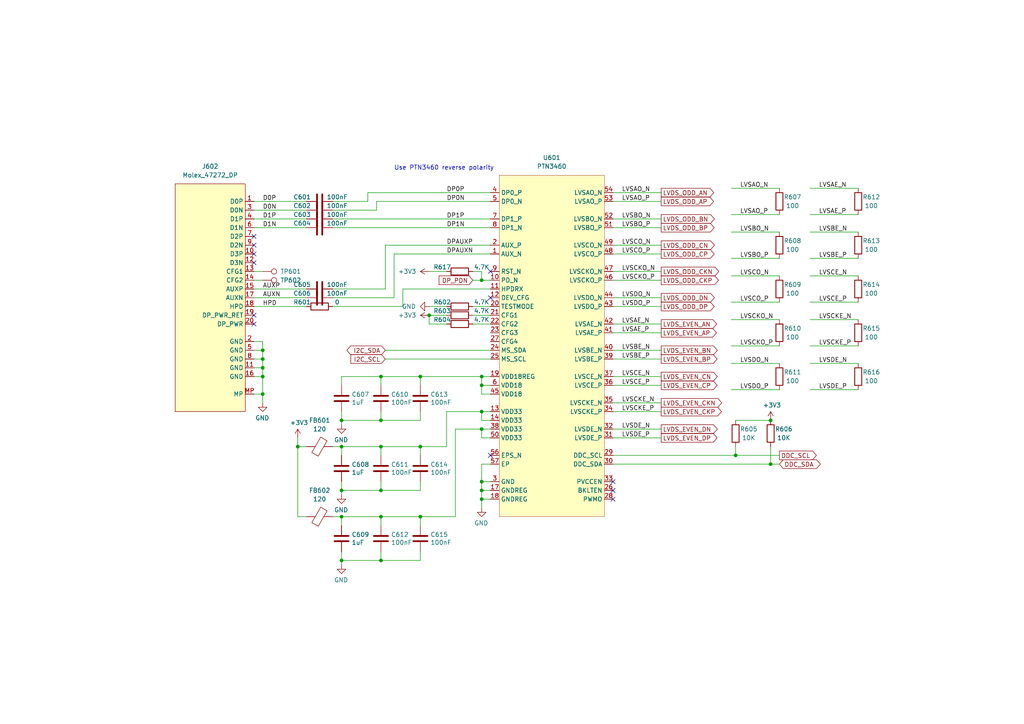
<source format=kicad_sch>
(kicad_sch (version 20211123) (generator eeschema)
  (paper "A4")
  (lib_symbols
    (symbol "Connector:TestPoint" (pin_numbers hide) (pin_names (offset 0.762) hide)
      (property "Reference" "TP" (at 0 6.858 0))
      (property "Value" "TestPoint" (at 0 5.08 0))
      (symbol "TestPoint_0_1"
        (circle (center 0 3.302) (radius 0.762))
      )
      (symbol "TestPoint_1_1"
        (pin passive line (at 0 0 90) (length 2.54) (name "1") (number "1"))
      )
    )
    (symbol "Device:C" (pin_numbers hide) (pin_names (offset 0.254))
      (property "Reference" "C" (at 0.635 2.54 0))
      (property "Value" "C" (at 0.635 -2.54 0))
      (symbol "C_0_1"
        (polyline (pts (xy -2.032 -0.762) (xy 2.032 -0.762)) (stroke (width 0.508)))
        (polyline (pts (xy -2.032 0.762) (xy 2.032 0.762)) (stroke (width 0.508)))
      )
      (symbol "C_1_1"
        (pin passive line (at 0 3.81 270) (length 2.794) (name "~") (number "1"))
        (pin passive line (at 0 -3.81 90) (length 2.794) (name "~") (number "2"))
      )
    )
    (symbol "Device:FerriteBead" (pin_numbers hide) (pin_names (offset 0))
      (property "Reference" "FB" (at -3.81 0.635 90))
      (property "Value" "FerriteBead" (at 3.81 0 90))
      (symbol "FerriteBead_0_1"
        (polyline (pts (xy 0 -1.27) (xy 0 -1.2192)))
        (polyline (pts (xy 0 1.27) (xy 0 1.2954)))
        (polyline (pts (xy -2.7686 0.4064) (xy -1.7018 2.2606) (xy 2.7686 -0.3048) (xy 1.6764 -2.159) (xy -2.7686 0.4064)))
      )
      (symbol "FerriteBead_1_1"
        (pin passive line (at 0 3.81 270) (length 2.54) (name "~") (number "1"))
        (pin passive line (at 0 -3.81 90) (length 2.54) (name "~") (number "2"))
      )
    )
    (symbol "Device:R" (pin_numbers hide) (pin_names (offset 0))
      (property "Reference" "R" (at 2.032 0 90))
      (property "Value" "R" (at 0 0 90))
      (symbol "R_0_1"
        (rectangle (start -1.016 -2.54) (end 1.016 2.54) (stroke (width 0.254)))
      )
      (symbol "R_1_1"
        (pin passive line (at 0 3.81 270) (length 1.27) (name "~") (number "1"))
        (pin passive line (at 0 -3.81 90) (length 1.27) (name "~") (number "2"))
      )
    )
    (symbol "power:+3V3" (power) (pin_names (offset 0))
      (property "Value" "+3V3" (at 0 3.556 0))
      (symbol "+3V3_0_1"
        (polyline (pts (xy -0.762 1.27) (xy 0 2.54)))
        (polyline (pts (xy 0 0) (xy 0 2.54)))
        (polyline (pts (xy 0 2.54) (xy 0.762 1.27)))
      )
      (symbol "+3V3_1_1"
        (pin power_in line (at 0 0 90) (length 0) hide (name "+3V3") (number "1"))
      )
    )
    (symbol "power:GND" (power) (pin_names (offset 0))
      (property "Value" "GND" (at 0 -3.81 0))
      (symbol "GND_0_1"
        (polyline (pts (xy 0 0) (xy 0 -1.27) (xy 1.27 -1.27) (xy 0 -2.54) (xy -1.27 -1.27) (xy 0 -1.27)))
      )
      (symbol "GND_1_1"
        (pin power_in line (at 0 0 270) (length 0) hide (name "GND") (number "1"))
      )
    )
    (symbol "symbols:Molex_47272_DP"
      (property "Reference" "J" (at 0 0 0))
      (property "Value" "Molex_47272_DP" (at 0 -2.54 0))
      (symbol "Molex_47272_DP_0_1"
        (rectangle (start -10.16 -5.08) (end 10.16 -71.12) (stroke (width 0.1524)) (fill (type background)))
      )
      (symbol "Molex_47272_DP_1_1"
        (pin unspecified line (at 12.7 -10.16 180) (length 2.54) (name "D0P") (number "1"))
        (pin unspecified line (at 12.7 -25.4 180) (length 2.54) (name "D3P") (number "10"))
        (pin unspecified line (at 12.7 -58.42 180) (length 2.54) (name "GND") (number "11"))
        (pin unspecified line (at 12.7 -27.94 180) (length 2.54) (name "D3N") (number "12"))
        (pin unspecified line (at 12.7 -30.48 180) (length 2.54) (name "CFG1") (number "13"))
        (pin unspecified line (at 12.7 -33.02 180) (length 2.54) (name "CFG2") (number "14"))
        (pin unspecified line (at 12.7 -35.56 180) (length 2.54) (name "AUXP") (number "15"))
        (pin unspecified line (at 12.7 -60.96 180) (length 2.54) (name "GND") (number "16"))
        (pin unspecified line (at 12.7 -38.1 180) (length 2.54) (name "AUXN") (number "17"))
        (pin unspecified line (at 12.7 -40.64 180) (length 2.54) (name "HPD") (number "18"))
        (pin unspecified line (at 12.7 -43.18 180) (length 2.54) (name "DP_PWR_RET") (number "19"))
        (pin unspecified line (at 12.7 -50.8 180) (length 2.54) (name "GND") (number "2"))
        (pin unspecified line (at 12.7 -45.72 180) (length 2.54) (name "DP_PWR") (number "20"))
        (pin unspecified line (at 12.7 -12.7 180) (length 2.54) (name "D0N") (number "3"))
        (pin unspecified line (at 12.7 -15.24 180) (length 2.54) (name "D1P") (number "4"))
        (pin unspecified line (at 12.7 -53.34 180) (length 2.54) (name "GND") (number "5"))
        (pin unspecified line (at 12.7 -17.78 180) (length 2.54) (name "D1N") (number "6"))
        (pin unspecified line (at 12.7 -20.32 180) (length 2.54) (name "D2P") (number "7"))
        (pin unspecified line (at 12.7 -55.88 180) (length 2.54) (name "GND") (number "8"))
        (pin unspecified line (at 12.7 -22.86 180) (length 2.54) (name "D2N") (number "9"))
        (pin unspecified line (at 12.7 -66.04 180) (length 2.54) (name "MP") (number "MP"))
      )
    )
    (symbol "symbols:PTN3460"
      (property "Reference" "U" (at 0 0 0))
      (property "Value" "PTN3460" (at 0 -2.54 0))
      (symbol "PTN3460_0_1"
        (rectangle (start -15.24 -5.08) (end 15.24 -104.14) (stroke (width 0.001)) (fill (type background)))
      )
      (symbol "PTN3460_1_1"
        (pin bidirectional line (at -17.78 -27.94 0) (length 2.54) (name "AUX_N") (number "1"))
        (pin input line (at -17.78 -35.56 0) (length 2.54) (name "PD_N") (number "10"))
        (pin input line (at -17.78 -38.1 0) (length 2.54) (name "HPDRX") (number "11"))
        (pin input line (at -17.78 -40.64 0) (length 2.54) (name "DEV_CFG") (number "12"))
        (pin power_in line (at -17.78 -73.66 0) (length 2.54) (name "VDD33") (number "13"))
        (pin power_in line (at -17.78 -76.2 0) (length 2.54) (name "VDD33") (number "14"))
        (pin input line (at 0 -93.98 0) (length 2.54) hide (name "NC") (number "15"))
        (pin input line (at 0 -96.52 0) (length 2.54) hide (name "NC") (number "16"))
        (pin power_in line (at -17.78 -96.52 0) (length 2.54) (name "GNDREG") (number "17"))
        (pin power_in line (at -17.78 -99.06 0) (length 2.54) (name "GNDREG") (number "18"))
        (pin power_out line (at -17.78 -63.5 0) (length 2.54) (name "VDD18REG") (number "19"))
        (pin bidirectional line (at -17.78 -25.4 0) (length 2.54) (name "AUX_P") (number "2"))
        (pin input line (at -17.78 -43.18 0) (length 2.54) (name "TESTMODE") (number "20"))
        (pin input line (at -17.78 -45.72 0) (length 2.54) (name "CFG1") (number "21"))
        (pin input line (at -17.78 -48.26 0) (length 2.54) (name "CFG2") (number "22"))
        (pin input line (at -17.78 -50.8 0) (length 2.54) (name "CFG3") (number "23"))
        (pin input line (at -17.78 -55.88 0) (length 2.54) (name "MS_SDA") (number "24"))
        (pin input line (at -17.78 -58.42 0) (length 2.54) (name "MS_SCL") (number "25"))
        (pin output line (at 17.78 -96.52 180) (length 2.54) (name "BKLTEN") (number "26"))
        (pin input line (at -17.78 -53.34 0) (length 2.54) (name "CFG4") (number "27"))
        (pin output line (at 17.78 -99.06 180) (length 2.54) (name "PWMO") (number "28"))
        (pin open_collector line (at 17.78 -86.36 180) (length 2.54) (name "DDC_SCL") (number "29"))
        (pin power_in line (at -17.78 -93.98 0) (length 2.54) (name "GND") (number "3"))
        (pin open_collector line (at 17.78 -88.9 180) (length 2.54) (name "DDC_SDA") (number "30"))
        (pin output line (at 17.78 -81.28 180) (length 2.54) (name "LVSDE_P") (number "31"))
        (pin output line (at 17.78 -78.74 180) (length 2.54) (name "LVSDE_N") (number "32"))
        (pin output line (at 17.78 -93.98 180) (length 2.54) (name "PVCCEN") (number "33"))
        (pin output line (at 17.78 -73.66 180) (length 2.54) (name "LVSCKE_P") (number "34"))
        (pin output line (at 17.78 -71.12 180) (length 2.54) (name "LVSCKE_N") (number "35"))
        (pin output line (at 17.78 -66.04 180) (length 2.54) (name "LVSCE_P") (number "36"))
        (pin output line (at 17.78 -63.5 180) (length 2.54) (name "LVSCE_N") (number "37"))
        (pin power_in line (at -17.78 -78.74 0) (length 2.54) (name "VDD33") (number "38"))
        (pin output line (at 17.78 -58.42 180) (length 2.54) (name "LVSBE_P") (number "39"))
        (pin input line (at -17.78 -10.16 0) (length 2.54) (name "DP0_P") (number "4"))
        (pin output line (at 17.78 -55.88 180) (length 2.54) (name "LVSBE_N") (number "40"))
        (pin output line (at 17.78 -50.8 180) (length 2.54) (name "LVSAE_P") (number "41"))
        (pin output line (at 17.78 -48.26 180) (length 2.54) (name "LVSAE_N") (number "42"))
        (pin output line (at 17.78 -43.18 180) (length 2.54) (name "LVSDO_P") (number "43"))
        (pin output line (at 17.78 -40.64 180) (length 2.54) (name "LVSDO_N") (number "44"))
        (pin power_in line (at -17.78 -68.58 0) (length 2.54) (name "VDD18") (number "45"))
        (pin output line (at 17.78 -35.56 180) (length 2.54) (name "LVSCKO_P") (number "46"))
        (pin output line (at 17.78 -33.02 180) (length 2.54) (name "LVSCKO_N") (number "47"))
        (pin output line (at 17.78 -27.94 180) (length 2.54) (name "LVSCO_P") (number "48"))
        (pin output line (at 17.78 -25.4 180) (length 2.54) (name "LVSCO_N") (number "49"))
        (pin input line (at -17.78 -12.7 0) (length 2.54) (name "DP0_N") (number "5"))
        (pin power_in line (at -17.78 -81.28 0) (length 2.54) (name "VDD33") (number "50"))
        (pin output line (at 17.78 -20.32 180) (length 2.54) (name "LVSBO_P") (number "51"))
        (pin output line (at 17.78 -17.78 180) (length 2.54) (name "LVSBO_N") (number "52"))
        (pin output line (at 17.78 -12.7 180) (length 2.54) (name "LVSAO_P") (number "53"))
        (pin output line (at 17.78 -10.16 180) (length 2.54) (name "LVSAO_N") (number "54"))
        (pin input line (at 0 -99.06 0) (length 2.54) hide (name "NC") (number "55"))
        (pin input line (at -17.78 -86.36 0) (length 2.54) (name "EPS_N") (number "56"))
        (pin input line (at -17.78 -88.9 0) (length 2.54) (name "EP") (number "57"))
        (pin power_in line (at -17.78 -66.04 0) (length 2.54) (name "VDD18") (number "6"))
        (pin input line (at -17.78 -17.78 0) (length 2.54) (name "DP1_P") (number "7"))
        (pin input line (at -17.78 -20.32 0) (length 2.54) (name "DP1_N") (number "8"))
        (pin input line (at -17.78 -33.02 0) (length 2.54) (name "RST_N") (number "9"))
      )
    )
  )
  (junction (at 139.7 144.78) (diameter 0.9144))
  (junction (at 121.92 149.86) (diameter 0.9144))
  (junction (at 223.52 121.92))
  (junction (at 139.7 142.24) (diameter 0.9144))
  (junction (at 110.49 109.22) (diameter 0.9144))
  (junction (at 76.2 109.22))
  (junction (at 99.06 129.54) (diameter 0.9144))
  (junction (at 99.06 142.24) (diameter 0.9144))
  (junction (at 121.92 109.22) (diameter 0.9144))
  (junction (at 76.2 101.6))
  (junction (at 121.92 129.54) (diameter 0.9144))
  (junction (at 110.49 162.56) (diameter 0.9144))
  (junction (at 223.52 134.62))
  (junction (at 86.36 129.54) (diameter 0.9144))
  (junction (at 139.7 119.38) (diameter 0.9144))
  (junction (at 99.06 162.56) (diameter 0.9144))
  (junction (at 139.7 124.46) (diameter 0.9144))
  (junction (at 139.7 109.22) (diameter 0.9144))
  (junction (at 76.2 104.14))
  (junction (at 110.49 149.86) (diameter 0.9144))
  (junction (at 76.2 114.3))
  (junction (at 76.2 106.68))
  (junction (at 110.49 142.24) (diameter 0.9144))
  (junction (at 110.49 121.92) (diameter 0.9144))
  (junction (at 99.06 121.92) (diameter 0.9144))
  (junction (at 139.7 139.7) (diameter 0.9144))
  (junction (at 139.7 111.76) (diameter 0.9144))
  (junction (at 139.7 81.28))
  (junction (at 99.06 149.86) (diameter 0.9144))
  (junction (at 110.49 129.54) (diameter 0.9144))
  (junction (at 213.36 132.08))
  (junction (at 124.46 91.44) (diameter 0.9144))
  (no_connect (at 142.24 132.08))
  (no_connect (at 142.24 86.36))
  (no_connect (at 73.66 91.44))
  (no_connect (at 73.66 93.98))
  (no_connect (at 73.66 73.66))
  (no_connect (at 73.66 68.58))
  (no_connect (at 73.66 71.12))
  (no_connect (at 73.66 76.2))
  (no_connect (at 177.8 142.24))
  (no_connect (at 177.8 139.7))
  (no_connect (at 177.8 144.78))
  (no_connect (at 142.24 78.74))
  (wire (pts (xy 99.06 109.22) (xy 99.06 111.76)))
  (wire (pts (xy 111.76 83.82) (xy 111.76 71.12)))
  (wire (pts (xy 106.68 58.42) (xy 106.68 55.88)))
  (wire (pts (xy 213.36 132.08) (xy 226.06 132.08)))
  (wire (pts (xy 212.09 105.41) (xy 226.06 105.41)))
  (wire (pts (xy 177.8 104.14) (xy 191.77 104.14)))
  (wire (pts (xy 121.92 139.7) (xy 121.92 142.24)))
  (wire (pts (xy 177.8 55.88) (xy 191.77 55.88)))
  (wire (pts (xy 139.7 127) (xy 142.24 127)))
  (wire (pts (xy 142.24 121.92) (xy 139.7 121.92)))
  (wire (pts (xy 137.16 78.74) (xy 139.7 78.74)))
  (wire (pts (xy 132.08 149.86) (xy 132.08 124.46)))
  (wire (pts (xy 99.06 121.92) (xy 99.06 123.19)))
  (wire (pts (xy 139.7 111.76) (xy 139.7 109.22)))
  (wire (pts (xy 139.7 109.22) (xy 142.24 109.22)))
  (wire (pts (xy 139.7 124.46) (xy 142.24 124.46)))
  (wire (pts (xy 121.92 119.38) (xy 121.92 121.92)))
  (wire (pts (xy 177.8 78.74) (xy 191.77 78.74)))
  (wire (pts (xy 177.8 127) (xy 191.77 127)))
  (wire (pts (xy 76.2 114.3) (xy 76.2 116.84)))
  (wire (pts (xy 106.68 55.88) (xy 142.24 55.88)))
  (wire (pts (xy 110.49 119.38) (xy 110.49 121.92)))
  (wire (pts (xy 109.22 58.42) (xy 109.22 60.96)))
  (wire (pts (xy 124.46 88.9) (xy 129.54 88.9)))
  (wire (pts (xy 234.95 113.03) (xy 248.92 113.03)))
  (wire (pts (xy 139.7 121.92) (xy 139.7 119.38)))
  (wire (pts (xy 96.52 88.9) (xy 116.84 88.9)))
  (wire (pts (xy 73.66 104.14) (xy 76.2 104.14)))
  (wire (pts (xy 177.8 119.38) (xy 191.77 119.38)))
  (wire (pts (xy 177.8 124.46) (xy 191.77 124.46)))
  (wire (pts (xy 110.49 149.86) (xy 110.49 152.4)))
  (wire (pts (xy 212.09 80.01) (xy 226.06 80.01)))
  (wire (pts (xy 73.66 60.96) (xy 88.9 60.96)))
  (wire (pts (xy 76.2 104.14) (xy 76.2 106.68)))
  (wire (pts (xy 111.76 104.14) (xy 142.24 104.14)))
  (wire (pts (xy 139.7 142.24) (xy 139.7 144.78)))
  (wire (pts (xy 121.92 109.22) (xy 139.7 109.22)))
  (wire (pts (xy 110.49 109.22) (xy 110.49 111.76)))
  (wire (pts (xy 177.8 111.76) (xy 191.77 111.76)))
  (wire (pts (xy 86.36 149.86) (xy 88.9 149.86)))
  (wire (pts (xy 114.3 73.66) (xy 114.3 86.36)))
  (wire (pts (xy 76.2 101.6) (xy 76.2 104.14)))
  (wire (pts (xy 177.8 93.98) (xy 191.77 93.98)))
  (wire (pts (xy 73.66 88.9) (xy 88.9 88.9)))
  (wire (pts (xy 139.7 78.74) (xy 139.7 81.28)))
  (wire (pts (xy 137.16 88.9) (xy 142.24 88.9)))
  (wire (pts (xy 110.49 162.56) (xy 121.92 162.56)))
  (wire (pts (xy 177.8 116.84) (xy 191.77 116.84)))
  (wire (pts (xy 142.24 73.66) (xy 114.3 73.66)))
  (wire (pts (xy 139.7 114.3) (xy 139.7 111.76)))
  (wire (pts (xy 96.52 58.42) (xy 106.68 58.42)))
  (wire (pts (xy 110.49 129.54) (xy 99.06 129.54)))
  (wire (pts (xy 99.06 162.56) (xy 99.06 163.83)))
  (wire (pts (xy 121.92 160.02) (xy 121.92 162.56)))
  (wire (pts (xy 137.16 93.98) (xy 142.24 93.98)))
  (wire (pts (xy 234.95 74.93) (xy 248.92 74.93)))
  (wire (pts (xy 212.09 100.33) (xy 226.06 100.33)))
  (wire (pts (xy 109.22 60.96) (xy 96.52 60.96)))
  (wire (pts (xy 121.92 149.86) (xy 121.92 152.4)))
  (wire (pts (xy 139.7 142.24) (xy 142.24 142.24)))
  (wire (pts (xy 73.66 83.82) (xy 88.9 83.82)))
  (wire (pts (xy 121.92 149.86) (xy 132.08 149.86)))
  (wire (pts (xy 212.09 113.03) (xy 226.06 113.03)))
  (wire (pts (xy 110.49 160.02) (xy 110.49 162.56)))
  (wire (pts (xy 132.08 124.46) (xy 139.7 124.46)))
  (wire (pts (xy 121.92 129.54) (xy 121.92 132.08)))
  (wire (pts (xy 212.09 54.61) (xy 226.06 54.61)))
  (wire (pts (xy 139.7 111.76) (xy 142.24 111.76)))
  (wire (pts (xy 177.8 88.9) (xy 191.77 88.9)))
  (wire (pts (xy 234.95 105.41) (xy 248.92 105.41)))
  (wire (pts (xy 124.46 93.98) (xy 129.54 93.98)))
  (wire (pts (xy 212.09 87.63) (xy 226.06 87.63)))
  (wire (pts (xy 121.92 129.54) (xy 129.54 129.54)))
  (wire (pts (xy 177.8 81.28) (xy 191.77 81.28)))
  (wire (pts (xy 110.49 149.86) (xy 99.06 149.86)))
  (wire (pts (xy 96.52 63.5) (xy 142.24 63.5)))
  (wire (pts (xy 96.52 129.54) (xy 99.06 129.54)))
  (wire (pts (xy 76.2 99.06) (xy 76.2 101.6)))
  (wire (pts (xy 73.66 63.5) (xy 88.9 63.5)))
  (wire (pts (xy 86.36 129.54) (xy 88.9 129.54)))
  (wire (pts (xy 139.7 139.7) (xy 139.7 142.24)))
  (wire (pts (xy 234.95 80.01) (xy 248.92 80.01)))
  (wire (pts (xy 139.7 144.78) (xy 139.7 147.32)))
  (wire (pts (xy 177.8 73.66) (xy 191.77 73.66)))
  (wire (pts (xy 99.06 129.54) (xy 99.06 132.08)))
  (wire (pts (xy 110.49 139.7) (xy 110.49 142.24)))
  (wire (pts (xy 73.66 58.42) (xy 88.9 58.42)))
  (wire (pts (xy 177.8 63.5) (xy 191.77 63.5)))
  (wire (pts (xy 137.16 81.28) (xy 139.7 81.28)))
  (wire (pts (xy 96.52 149.86) (xy 99.06 149.86)))
  (wire (pts (xy 177.8 132.08) (xy 213.36 132.08)))
  (wire (pts (xy 139.7 81.28) (xy 142.24 81.28)))
  (wire (pts (xy 124.46 91.44) (xy 124.46 93.98)))
  (wire (pts (xy 110.49 109.22) (xy 99.06 109.22)))
  (wire (pts (xy 76.2 109.22) (xy 76.2 114.3)))
  (wire (pts (xy 177.8 96.52) (xy 191.77 96.52)))
  (wire (pts (xy 139.7 139.7) (xy 142.24 139.7)))
  (wire (pts (xy 86.36 127) (xy 86.36 129.54)))
  (wire (pts (xy 76.2 106.68) (xy 76.2 109.22)))
  (wire (pts (xy 223.52 134.62) (xy 226.06 134.62)))
  (wire (pts (xy 142.24 114.3) (xy 139.7 114.3)))
  (wire (pts (xy 121.92 129.54) (xy 110.49 129.54)))
  (wire (pts (xy 177.8 58.42) (xy 191.77 58.42)))
  (wire (pts (xy 212.09 92.71) (xy 226.06 92.71)))
  (wire (pts (xy 129.54 119.38) (xy 139.7 119.38)))
  (wire (pts (xy 73.66 99.06) (xy 76.2 99.06)))
  (wire (pts (xy 213.36 129.54) (xy 213.36 132.08)))
  (wire (pts (xy 73.66 81.28) (xy 76.2 81.28)))
  (wire (pts (xy 110.49 121.92) (xy 121.92 121.92)))
  (wire (pts (xy 234.95 54.61) (xy 248.92 54.61)))
  (wire (pts (xy 96.52 83.82) (xy 111.76 83.82)))
  (wire (pts (xy 110.49 142.24) (xy 99.06 142.24)))
  (wire (pts (xy 142.24 58.42) (xy 109.22 58.42)))
  (wire (pts (xy 234.95 87.63) (xy 248.92 87.63)))
  (wire (pts (xy 73.66 66.04) (xy 88.9 66.04)))
  (wire (pts (xy 137.16 91.44) (xy 142.24 91.44)))
  (wire (pts (xy 139.7 144.78) (xy 142.24 144.78)))
  (wire (pts (xy 177.8 109.22) (xy 191.77 109.22)))
  (wire (pts (xy 177.8 66.04) (xy 191.77 66.04)))
  (wire (pts (xy 234.95 100.33) (xy 248.92 100.33)))
  (wire (pts (xy 96.52 66.04) (xy 142.24 66.04)))
  (wire (pts (xy 99.06 139.7) (xy 99.06 142.24)))
  (wire (pts (xy 73.66 101.6) (xy 76.2 101.6)))
  (wire (pts (xy 177.8 86.36) (xy 191.77 86.36)))
  (wire (pts (xy 124.46 78.74) (xy 129.54 78.74)))
  (wire (pts (xy 73.66 78.74) (xy 76.2 78.74)))
  (wire (pts (xy 177.8 134.62) (xy 223.52 134.62)))
  (wire (pts (xy 139.7 119.38) (xy 142.24 119.38)))
  (wire (pts (xy 99.06 160.02) (xy 99.06 162.56)))
  (wire (pts (xy 234.95 92.71) (xy 248.92 92.71)))
  (wire (pts (xy 99.06 119.38) (xy 99.06 121.92)))
  (wire (pts (xy 121.92 109.22) (xy 121.92 111.76)))
  (wire (pts (xy 213.36 121.92) (xy 223.52 121.92)))
  (wire (pts (xy 121.92 109.22) (xy 110.49 109.22)))
  (wire (pts (xy 177.8 71.12) (xy 191.77 71.12)))
  (wire (pts (xy 139.7 134.62) (xy 139.7 139.7)))
  (wire (pts (xy 99.06 142.24) (xy 99.06 143.51)))
  (wire (pts (xy 73.66 86.36) (xy 88.9 86.36)))
  (wire (pts (xy 73.66 109.22) (xy 76.2 109.22)))
  (wire (pts (xy 114.3 86.36) (xy 96.52 86.36)))
  (wire (pts (xy 212.09 74.93) (xy 226.06 74.93)))
  (wire (pts (xy 234.95 62.23) (xy 248.92 62.23)))
  (wire (pts (xy 234.95 67.31) (xy 248.92 67.31)))
  (wire (pts (xy 124.46 91.44) (xy 129.54 91.44)))
  (wire (pts (xy 111.76 101.6) (xy 142.24 101.6)))
  (wire (pts (xy 223.52 129.54) (xy 223.52 134.62)))
  (wire (pts (xy 99.06 149.86) (xy 99.06 152.4)))
  (wire (pts (xy 110.49 162.56) (xy 99.06 162.56)))
  (wire (pts (xy 110.49 121.92) (xy 99.06 121.92)))
  (wire (pts (xy 116.84 83.82) (xy 142.24 83.82)))
  (wire (pts (xy 129.54 119.38) (xy 129.54 129.54)))
  (wire (pts (xy 116.84 88.9) (xy 116.84 83.82)))
  (wire (pts (xy 177.8 101.6) (xy 191.77 101.6)))
  (wire (pts (xy 142.24 134.62) (xy 139.7 134.62)))
  (wire (pts (xy 86.36 129.54) (xy 86.36 149.86)))
  (wire (pts (xy 110.49 142.24) (xy 121.92 142.24)))
  (wire (pts (xy 111.76 71.12) (xy 142.24 71.12)))
  (wire (pts (xy 73.66 106.68) (xy 76.2 106.68)))
  (wire (pts (xy 139.7 127) (xy 139.7 124.46)))
  (wire (pts (xy 73.66 114.3) (xy 76.2 114.3)))
  (wire (pts (xy 121.92 149.86) (xy 110.49 149.86)))
  (wire (pts (xy 212.09 62.23) (xy 226.06 62.23)))
  (wire (pts (xy 110.49 129.54) (xy 110.49 132.08)))
  (wire (pts (xy 212.09 67.31) (xy 226.06 67.31)))
  (text "Use PTN3460 reverse polarity" (at 114.3 49.53 0) (effects (font (size 1.27 1.27)) (justify left bottom)))
  (label "LVSCE_P" (at 237.49 87.63 0))
  (label "DP0N" (at 129.54 58.42 0))
  (label "LVSBO_N" (at 180.34 63.5 0))
  (label "DP1N" (at 129.54 66.04 0))
  (label "LVSBO_N" (at 214.63 67.31 0))
  (label "LVSAE_N" (at 237.49 54.61 0))
  (label "LVSBO_P" (at 214.63 74.93 0))
  (label "LVSAE_P" (at 237.49 62.23 0))
  (label "LVSBO_P" (at 180.34 66.04 0))
  (label "LVSBE_N" (at 180.34 101.6 0))
  (label "LVSBE_P" (at 180.34 104.14 0))
  (label "LVSAE_P" (at 180.34 96.52 0))
  (label "LVSDO_P" (at 180.34 88.9 0))
  (label "LVSCE_N" (at 237.49 80.01 0))
  (label "LVSDE_P" (at 180.34 127 0))
  (label "LVSCE_P" (at 180.34 111.76 0))
  (label "AUXP" (at 76.2 83.82 0))
  (label "AUXN" (at 76.2 86.36 0))
  (label "LVSAO_N" (at 180.34 55.88 0))
  (label "D0P" (at 76.2 58.42 0))
  (label "LVSAE_N" (at 180.34 93.98 0))
  (label "LVSCKO_P" (at 180.34 81.28 0))
  (label "LVSCKE_N" (at 237.49 92.71 0))
  (label "DPAUXN" (at 129.54 73.66 0))
  (label "LVSCKO_N" (at 214.63 92.71 0))
  (label "LVSBE_N" (at 237.49 67.31 0))
  (label "LVSDO_P" (at 214.63 113.03 0))
  (label "LVSDE_P" (at 237.49 113.03 0))
  (label "LVSAO_N" (at 214.63 54.61 0))
  (label "HPD" (at 76.2 88.9 0))
  (label "LVSCKO_N" (at 180.34 78.74 0))
  (label "LVSAO_P" (at 214.63 62.23 0))
  (label "LVSCE_N" (at 180.34 109.22 0))
  (label "LVSCO_N" (at 214.63 80.01 0))
  (label "DP0P" (at 129.54 55.88 0))
  (label "LVSCO_P" (at 180.34 73.66 0))
  (label "D1N" (at 76.2 66.04 0))
  (label "LVSCKE_P" (at 180.34 119.38 0))
  (label "LVSCKE_P" (at 237.49 100.33 0))
  (label "LVSCKO_P" (at 214.63 100.33 0))
  (label "LVSDE_N" (at 180.34 124.46 0))
  (label "LVSDO_N" (at 180.34 86.36 0))
  (label "DPAUXP" (at 129.54 71.12 0))
  (label "DP1P" (at 129.54 63.5 0))
  (label "LVSDO_N" (at 214.63 105.41 0))
  (label "D1P" (at 76.2 63.5 0))
  (label "LVSCO_P" (at 214.63 87.63 0))
  (label "LVSCKE_N" (at 180.34 116.84 0))
  (label "LVSCO_N" (at 180.34 71.12 0))
  (label "LVSDE_N" (at 237.49 105.41 0))
  (label "LVSBE_P" (at 237.49 74.93 0))
  (label "LVSAO_P" (at 180.34 58.42 0))
  (label "D0N" (at 76.2 60.96 0))
  (global_label "DP_PDN" (shape input) (at 137.16 81.28 180) (property "Intersheet References" "${INTERSHEET_REFS}" (effects hide)))
  (global_label "I2C_SDA" (shape bidirectional) (at 111.76 101.6 180) (property "Intersheet References" "${INTERSHEET_REFS}" (effects hide)))
  (global_label "LVDS_ODD_BN" (shape output) (at 191.77 63.5 0) (property "Intersheet References" "${INTERSHEET_REFS}" (effects hide)))
  (global_label "LVDS_EVEN_AN" (shape output) (at 191.77 93.98 0) (property "Intersheet References" "${INTERSHEET_REFS}" (effects hide)))
  (global_label "LVDS_ODD_CP" (shape output) (at 191.77 73.66 0) (property "Intersheet References" "${INTERSHEET_REFS}" (effects hide)))
  (global_label "LVDS_EVEN_BP" (shape output) (at 191.77 104.14 0) (property "Intersheet References" "${INTERSHEET_REFS}" (effects hide)))
  (global_label "LVDS_EVEN_CN" (shape output) (at 191.77 109.22 0) (property "Intersheet References" "${INTERSHEET_REFS}" (effects hide)))
  (global_label "DDC_SDA" (shape bidirectional) (at 226.06 134.62 0) (property "Intersheet References" "${INTERSHEET_REFS}" (effects hide)))
  (global_label "LVDS_EVEN_CKP" (shape output) (at 191.77 119.38 0) (property "Intersheet References" "${INTERSHEET_REFS}" (effects hide)))
  (global_label "LVDS_ODD_AN" (shape output) (at 191.77 55.88 0) (property "Intersheet References" "${INTERSHEET_REFS}" (effects hide)))
  (global_label "I2C_SCL" (shape input) (at 111.76 104.14 180) (property "Intersheet References" "${INTERSHEET_REFS}" (effects hide)))
  (global_label "LVDS_ODD_CKP" (shape output) (at 191.77 81.28 0) (property "Intersheet References" "${INTERSHEET_REFS}" (effects hide)))
  (global_label "LVDS_EVEN_CP" (shape output) (at 191.77 111.76 0) (property "Intersheet References" "${INTERSHEET_REFS}" (effects hide)))
  (global_label "LVDS_ODD_BP" (shape output) (at 191.77 66.04 0) (property "Intersheet References" "${INTERSHEET_REFS}" (effects hide)))
  (global_label "LVDS_ODD_AP" (shape output) (at 191.77 58.42 0) (property "Intersheet References" "${INTERSHEET_REFS}" (effects hide)))
  (global_label "LVDS_EVEN_BN" (shape output) (at 191.77 101.6 0) (property "Intersheet References" "${INTERSHEET_REFS}" (effects hide)))
  (global_label "LVDS_ODD_DN" (shape output) (at 191.77 86.36 0) (property "Intersheet References" "${INTERSHEET_REFS}" (effects hide)))
  (global_label "DDC_SCL" (shape output) (at 226.06 132.08 0) (property "Intersheet References" "${INTERSHEET_REFS}" (effects hide)))
  (global_label "LVDS_ODD_CN" (shape output) (at 191.77 71.12 0) (property "Intersheet References" "${INTERSHEET_REFS}" (effects hide)))
  (global_label "LVDS_EVEN_CKN" (shape output) (at 191.77 116.84 0) (property "Intersheet References" "${INTERSHEET_REFS}" (effects hide)))
  (global_label "LVDS_EVEN_DN" (shape output) (at 191.77 124.46 0) (property "Intersheet References" "${INTERSHEET_REFS}" (effects hide)))
  (global_label "LVDS_ODD_CKN" (shape output) (at 191.77 78.74 0) (property "Intersheet References" "${INTERSHEET_REFS}" (effects hide)))
  (global_label "LVDS_EVEN_AP" (shape output) (at 191.77 96.52 0) (property "Intersheet References" "${INTERSHEET_REFS}" (effects hide)))
  (global_label "LVDS_EVEN_DP" (shape output) (at 191.77 127 0) (property "Intersheet References" "${INTERSHEET_REFS}" (effects hide)))
  (global_label "LVDS_ODD_DP" (shape output) (at 191.77 88.9 0) (property "Intersheet References" "${INTERSHEET_REFS}" (effects hide)))
  (symbol (lib_id "Device:R") (at 226.06 83.82 180) (unit 1)
    (property "Reference" "R609" (at 229.87 82.55 0))
    (property "Value" "100" (at 229.87 85.09 0))
    (property "Footprint" "Resistor_SMD:R_0402_1005Metric" (effects hide))
  )
  (symbol (lib_id "power:GND") (at 76.2 116.84 0) (mirror y) (unit 1)
    (property "Reference" "#PWR0603" (effects hide))
    (property "Value" "GND" (at 76.073 121.2342 0))
  )
  (symbol (lib_id "Device:FerriteBead") (at 92.71 149.86 90) (unit 1)
    (property "Reference" "FB602" (at 92.71 142.24 90))
    (property "Value" "120" (at 92.71 144.78 90))
    (property "Footprint" "Inductor_SMD:L_0603_1608Metric" (effects hide))
  )
  (symbol (lib_id "Device:C") (at 92.71 63.5 90) (unit 1)
    (property "Reference" "C603" (at 87.63 62.23 90))
    (property "Value" "100nF" (at 97.79 62.23 90))
    (property "Footprint" "Capacitor_SMD:C_0402_1005Metric" (effects hide))
  )
  (symbol (lib_id "Device:R") (at 133.35 78.74 90) (unit 1)
    (property "Reference" "R617" (at 128.27 77.47 90))
    (property "Value" "4.7K" (at 139.7 77.47 90))
    (property "Footprint" "Resistor_SMD:R_0402_1005Metric" (effects hide))
  )
  (symbol (lib_id "power:+3V3") (at 124.46 78.74 90) (unit 1)
    (property "Reference" "#PWR0602" (effects hide))
    (property "Value" "+3V3" (at 118.11 78.74 90))
  )
  (symbol (lib_id "Device:R") (at 226.06 58.42 180) (unit 1)
    (property "Reference" "R607" (at 229.87 57.15 0))
    (property "Value" "100" (at 229.87 59.69 0))
    (property "Footprint" "Resistor_SMD:R_0402_1005Metric" (effects hide))
  )
  (symbol (lib_id "Device:C") (at 110.49 115.57 0) (unit 1)
    (property "Reference" "C610" (at 113.411 114.4016 0) (effects (justify left)))
    (property "Value" "100nF" (at 113.411 116.713 0) (effects (justify left)))
    (property "Footprint" "Capacitor_SMD:C_0402_1005Metric" (effects hide))
  )
  (symbol (lib_id "Connector:TestPoint") (at 76.2 81.28 270) (unit 1)
    (property "Reference" "TP602" (at 81.28 81.28 90) (effects (justify left)))
    (property "Value" "TestPoint" (effects hide))
    (property "Footprint" "TestPoint:TestPoint_Pad_D1.0mm" (effects hide))
  )
  (symbol (lib_id "Device:R") (at 226.06 96.52 180) (unit 1)
    (property "Reference" "R610" (at 229.87 95.25 0))
    (property "Value" "100" (at 229.87 97.79 0))
    (property "Footprint" "Resistor_SMD:R_0402_1005Metric" (effects hide))
  )
  (symbol (lib_id "Device:R") (at 248.92 96.52 180) (unit 1)
    (property "Reference" "R615" (at 252.73 95.25 0))
    (property "Value" "100" (at 252.73 97.79 0))
    (property "Footprint" "Resistor_SMD:R_0402_1005Metric" (effects hide))
  )
  (symbol (lib_id "Device:R") (at 248.92 71.12 180) (unit 1)
    (property "Reference" "R613" (at 252.73 69.85 0))
    (property "Value" "100" (at 252.73 72.39 0))
    (property "Footprint" "Resistor_SMD:R_0402_1005Metric" (effects hide))
  )
  (symbol (lib_id "Device:R") (at 226.06 109.22 180) (unit 1)
    (property "Reference" "R611" (at 229.87 107.95 0))
    (property "Value" "100" (at 229.87 110.49 0))
    (property "Footprint" "Resistor_SMD:R_0402_1005Metric" (effects hide))
  )
  (symbol (lib_id "Device:C") (at 92.71 58.42 90) (unit 1)
    (property "Reference" "C601" (at 87.63 57.15 90))
    (property "Value" "100nF" (at 97.79 57.15 90))
    (property "Footprint" "Capacitor_SMD:C_0402_1005Metric" (effects hide))
  )
  (symbol (lib_id "Device:R") (at 213.36 125.73 180) (unit 1)
    (property "Reference" "R605" (at 217.17 124.46 0))
    (property "Value" "10K" (at 217.17 127 0))
    (property "Footprint" "Resistor_SMD:R_0402_1005Metric" (effects hide))
  )
  (symbol (lib_id "Device:C") (at 121.92 135.89 0) (unit 1)
    (property "Reference" "C614" (at 124.841 134.7216 0) (effects (justify left)))
    (property "Value" "100nF" (at 124.841 137.033 0) (effects (justify left)))
    (property "Footprint" "Capacitor_SMD:C_0402_1005Metric" (effects hide))
  )
  (symbol (lib_id "Device:R") (at 226.06 71.12 180) (unit 1)
    (property "Reference" "R608" (at 229.87 69.85 0))
    (property "Value" "100" (at 229.87 72.39 0))
    (property "Footprint" "Resistor_SMD:R_0402_1005Metric" (effects hide))
  )
  (symbol (lib_id "Device:C") (at 92.71 66.04 90) (unit 1)
    (property "Reference" "C604" (at 87.63 64.77 90))
    (property "Value" "100nF" (at 97.79 64.77 90))
    (property "Footprint" "Capacitor_SMD:C_0402_1005Metric" (effects hide))
  )
  (symbol (lib_id "power:GND") (at 124.46 88.9 270) (unit 1)
    (property "Reference" "#PWR0608" (effects hide))
    (property "Value" "GND" (at 120.65 88.9 90) (effects (justify right)))
  )
  (symbol (lib_id "Device:C") (at 110.49 135.89 0) (unit 1)
    (property "Reference" "C611" (at 113.411 134.7216 0) (effects (justify left)))
    (property "Value" "100nF" (at 113.411 137.033 0) (effects (justify left)))
    (property "Footprint" "Capacitor_SMD:C_0402_1005Metric" (effects hide))
  )
  (symbol (lib_id "power:GND") (at 99.06 163.83 0) (mirror y) (unit 1)
    (property "Reference" "#PWR0607" (effects hide))
    (property "Value" "GND" (at 98.933 168.2242 0))
  )
  (symbol (lib_id "Device:R") (at 248.92 58.42 180) (unit 1)
    (property "Reference" "R612" (at 252.73 57.15 0))
    (property "Value" "100" (at 252.73 59.69 0))
    (property "Footprint" "Resistor_SMD:R_0402_1005Metric" (effects hide))
  )
  (symbol (lib_id "Connector:TestPoint") (at 76.2 78.74 270) (unit 1)
    (property "Reference" "TP601" (at 81.28 78.74 90) (effects (justify left)))
    (property "Value" "TestPoint" (effects hide))
    (property "Footprint" "TestPoint:TestPoint_Pad_D1.0mm" (effects hide))
  )
  (symbol (lib_id "Device:C") (at 92.71 86.36 90) (unit 1)
    (property "Reference" "C606" (at 87.63 85.09 90))
    (property "Value" "100nF" (at 97.79 85.09 90))
    (property "Footprint" "Capacitor_SMD:C_0402_1005Metric" (effects hide))
  )
  (symbol (lib_id "Device:C") (at 121.92 156.21 0) (unit 1)
    (property "Reference" "C615" (at 124.841 155.0416 0) (effects (justify left)))
    (property "Value" "100nF" (at 124.841 157.353 0) (effects (justify left)))
    (property "Footprint" "Capacitor_SMD:C_0402_1005Metric" (effects hide))
  )
  (symbol (lib_id "symbols:PTN3460") (at 160.02 45.72 0) (unit 1)
    (property "Reference" "U601" (at 160.02 45.72 0))
    (property "Value" "PTN3460" (at 160.02 48.26 0))
    (property "Footprint" "Package_DFN_QFN:QFN-56-1EP_7x7mm_P0.4mm_EP5.6x5.6mm" (effects hide))
    (property "Datasheet" "https://www.nxp.com/docs/en/data-sheet/PTN3460.pdf" (effects hide))
  )
  (symbol (lib_id "Device:R") (at 133.35 91.44 90) (unit 1)
    (property "Reference" "R603" (at 128.27 90.17 90))
    (property "Value" "4.7K" (at 139.7 90.17 90))
    (property "Footprint" "Resistor_SMD:R_0402_1005Metric" (effects hide))
  )
  (symbol (lib_id "Device:C") (at 99.06 115.57 0) (unit 1)
    (property "Reference" "C607" (at 101.981 114.4016 0) (effects (justify left)))
    (property "Value" "1uF" (at 101.981 116.713 0) (effects (justify left)))
    (property "Footprint" "Capacitor_SMD:C_0402_1005Metric" (effects hide))
  )
  (symbol (lib_id "Device:R") (at 223.52 125.73 180) (unit 1)
    (property "Reference" "R606" (at 227.33 124.46 0))
    (property "Value" "10K" (at 227.33 127 0))
    (property "Footprint" "Resistor_SMD:R_0402_1005Metric" (effects hide))
  )
  (symbol (lib_id "symbols:Molex_47272_DP") (at 60.96 48.26 0) (unit 1)
    (property "Reference" "J602" (at 60.96 48.26 0))
    (property "Value" "Molex_47272_DP" (at 60.96 50.8 0))
    (property "Footprint" "footprints:472720024" (effects hide))
  )
  (symbol (lib_id "Device:C") (at 110.49 156.21 0) (unit 1)
    (property "Reference" "C612" (at 113.411 155.0416 0) (effects (justify left)))
    (property "Value" "100nF" (at 113.411 157.353 0) (effects (justify left)))
    (property "Footprint" "Capacitor_SMD:C_0402_1005Metric" (effects hide))
  )
  (symbol (lib_id "Device:C") (at 99.06 135.89 0) (unit 1)
    (property "Reference" "C608" (at 101.981 134.7216 0) (effects (justify left)))
    (property "Value" "1uF" (at 101.981 137.033 0) (effects (justify left)))
    (property "Footprint" "Capacitor_SMD:C_0402_1005Metric" (effects hide))
  )
  (symbol (lib_id "Device:R") (at 133.35 93.98 90) (unit 1)
    (property "Reference" "R604" (at 128.27 92.71 90))
    (property "Value" "4.7K" (at 139.7 92.71 90))
    (property "Footprint" "Resistor_SMD:R_0402_1005Metric" (effects hide))
  )
  (symbol (lib_id "Device:C") (at 92.71 60.96 90) (unit 1)
    (property "Reference" "C602" (at 87.63 59.69 90))
    (property "Value" "100nF" (at 97.79 59.69 90))
    (property "Footprint" "Capacitor_SMD:C_0402_1005Metric" (effects hide))
  )
  (symbol (lib_id "power:+3V3") (at 124.46 91.44 90) (unit 1)
    (property "Reference" "#PWR0609" (effects hide))
    (property "Value" "+3V3" (at 118.11 91.44 90))
  )
  (symbol (lib_id "Device:R") (at 248.92 109.22 180) (unit 1)
    (property "Reference" "R616" (at 252.73 107.95 0))
    (property "Value" "100" (at 252.73 110.49 0))
    (property "Footprint" "Resistor_SMD:R_0402_1005Metric" (effects hide))
  )
  (symbol (lib_id "Device:FerriteBead") (at 92.71 129.54 90) (unit 1)
    (property "Reference" "FB601" (at 92.71 121.92 90))
    (property "Value" "120" (at 92.71 124.46 90))
    (property "Footprint" "Inductor_SMD:L_0603_1608Metric" (effects hide))
  )
  (symbol (lib_id "Device:C") (at 92.71 83.82 90) (unit 1)
    (property "Reference" "C605" (at 87.63 82.55 90))
    (property "Value" "100nF" (at 97.79 82.55 90))
    (property "Footprint" "Capacitor_SMD:C_0402_1005Metric" (effects hide))
  )
  (symbol (lib_id "power:GND") (at 99.06 123.19 0) (mirror y) (unit 1)
    (property "Reference" "#PWR0605" (effects hide))
    (property "Value" "GND" (at 98.933 127.5842 0))
  )
  (symbol (lib_id "power:+3V3") (at 86.36 127 0) (unit 1)
    (property "Reference" "#PWR0604" (effects hide))
    (property "Value" "+3V3" (at 86.741 122.6058 0))
  )
  (symbol (lib_id "power:GND") (at 139.7 147.32 0) (mirror y) (unit 1)
    (property "Reference" "#PWR0610" (effects hide))
    (property "Value" "GND" (at 139.573 151.7142 0))
  )
  (symbol (lib_id "power:+3V3") (at 223.52 121.92 0) (unit 1)
    (property "Reference" "#PWR0611" (effects hide))
    (property "Value" "+3V3" (at 223.901 117.5258 0))
  )
  (symbol (lib_id "Device:R") (at 92.71 88.9 90) (unit 1)
    (property "Reference" "R601" (at 87.63 87.63 90))
    (property "Value" "0" (at 97.79 87.63 90))
    (property "Footprint" "Resistor_SMD:R_0402_1005Metric" (effects hide))
  )
  (symbol (lib_id "Device:C") (at 121.92 115.57 0) (unit 1)
    (property "Reference" "C613" (at 124.841 114.4016 0) (effects (justify left)))
    (property "Value" "100nF" (at 124.841 116.713 0) (effects (justify left)))
    (property "Footprint" "Capacitor_SMD:C_0402_1005Metric" (effects hide))
  )
  (symbol (lib_id "Device:R") (at 248.92 83.82 180) (unit 1)
    (property "Reference" "R614" (at 252.73 82.55 0))
    (property "Value" "100" (at 252.73 85.09 0))
    (property "Footprint" "Resistor_SMD:R_0402_1005Metric" (effects hide))
  )
  (symbol (lib_id "Device:C") (at 99.06 156.21 0) (unit 1)
    (property "Reference" "C609" (at 101.981 155.0416 0) (effects (justify left)))
    (property "Value" "1uF" (at 101.981 157.353 0) (effects (justify left)))
    (property "Footprint" "Capacitor_SMD:C_0402_1005Metric" (effects hide))
  )
  (symbol (lib_id "power:GND") (at 99.06 143.51 0) (mirror y) (unit 1)
    (property "Reference" "#PWR0606" (effects hide))
    (property "Value" "GND" (at 98.933 147.9042 0))
  )
  (symbol (lib_id "Device:R") (at 133.35 88.9 90) (unit 1)
    (property "Reference" "R602" (at 128.27 87.63 90))
    (property "Value" "4.7K" (at 139.7 87.63 90))
    (property "Footprint" "Resistor_SMD:R_0402_1005Metric" (effects hide))
  )
)
</source>
